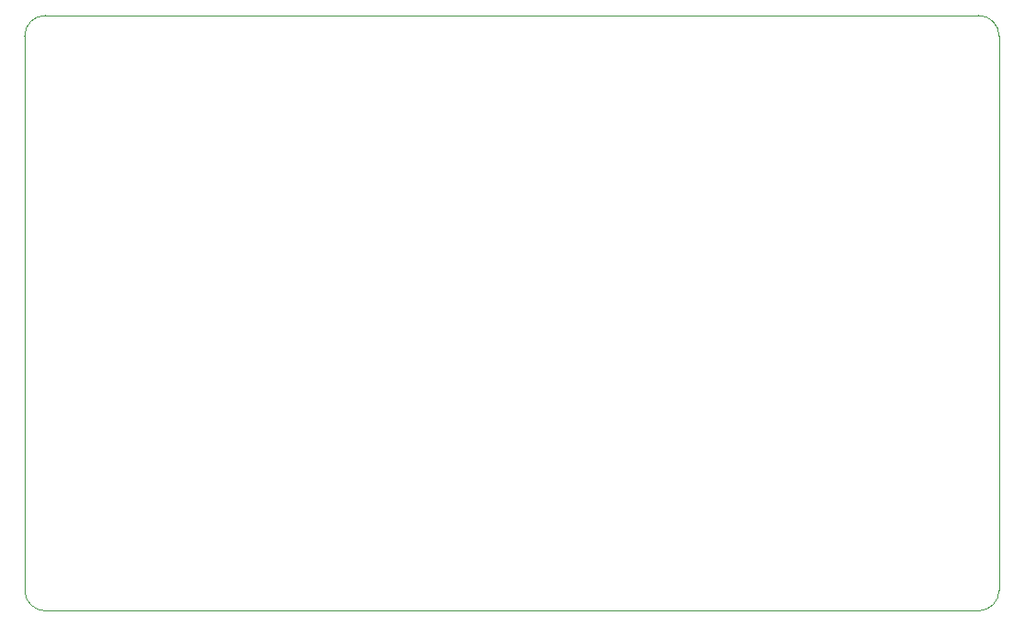
<source format=gm1>
G04 #@! TF.GenerationSoftware,KiCad,Pcbnew,6.0.3-a3aad9c10e~116~ubuntu20.04.1*
G04 #@! TF.CreationDate,2022-03-24T13:24:43+09:00*
G04 #@! TF.ProjectId,fg06-c3dev-revb,66673036-2d63-4336-9465-762d72657662,rev?*
G04 #@! TF.SameCoordinates,Original*
G04 #@! TF.FileFunction,Profile,NP*
%FSLAX46Y46*%
G04 Gerber Fmt 4.6, Leading zero omitted, Abs format (unit mm)*
G04 Created by KiCad (PCBNEW 6.0.3-a3aad9c10e~116~ubuntu20.04.1) date 2022-03-24 13:24:43*
%MOMM*%
%LPD*%
G01*
G04 APERTURE LIST*
G04 #@! TA.AperFunction,Profile*
%ADD10C,0.050000*%
G04 #@! TD*
G04 APERTURE END LIST*
D10*
X130000000Y-40000000D02*
X130000000Y-91180000D01*
X41910000Y-93090000D02*
X128090000Y-93090000D01*
X40000000Y-40000000D02*
X40000000Y-91180000D01*
X128090000Y-93090000D02*
G75*
G03*
X130000000Y-91180000I0J1910000D01*
G01*
X40000000Y-91180000D02*
G75*
G03*
X41910000Y-93090000I1910000J0D01*
G01*
X41910000Y-38090000D02*
X128090000Y-38090000D01*
X41910000Y-38090000D02*
G75*
G03*
X40000000Y-40000000I0J-1910000D01*
G01*
X130000000Y-40000000D02*
G75*
G03*
X128090000Y-38090000I-1910000J0D01*
G01*
M02*

</source>
